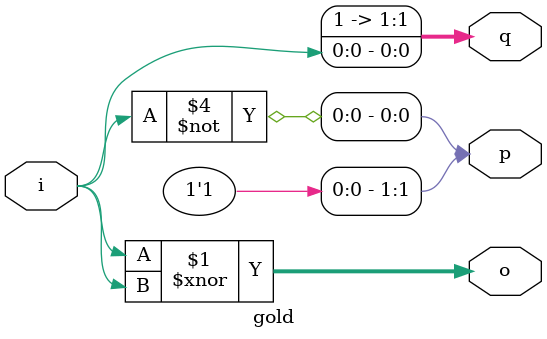
<source format=v>
module gold(input i, output [1:0] o, p, q);
assign o =  i ~^ i;
assign p =  1'b0 ~^ i;
assign q =  1'b1 ~^ i;
endmodule

</source>
